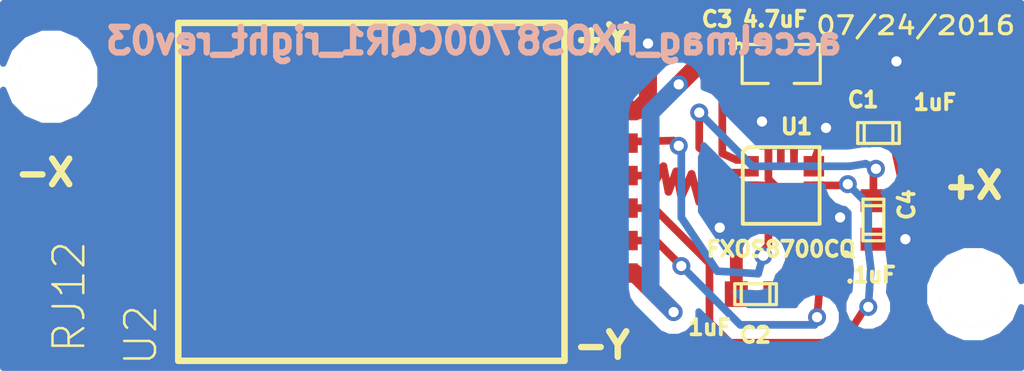
<source format=kicad_pcb>
(kicad_pcb (version 4) (host pcbnew 4.0.2+e4-6225~38~ubuntu14.04.1-stable)

  (general
    (links 21)
    (no_connects 0)
    (area 131 100.35 171.279762 116.925)
    (thickness 1.6)
    (drawings 6)
    (tracks 130)
    (zones 0)
    (modules 8)
    (nets 9)
  )

  (page A)
  (layers
    (0 F.Cu signal)
    (31 B.Cu signal)
    (32 B.Adhes user)
    (33 F.Adhes user)
    (34 B.Paste user)
    (35 F.Paste user)
    (36 B.SilkS user)
    (37 F.SilkS user)
    (38 B.Mask user)
    (39 F.Mask user)
    (40 Dwgs.User user)
    (41 Cmts.User user)
    (42 Eco1.User user)
    (43 Eco2.User user)
    (44 Edge.Cuts user)
  )

  (setup
    (last_trace_width 0.5)
    (user_trace_width 0.1)
    (user_trace_width 0.15)
    (user_trace_width 0.2)
    (user_trace_width 0.25)
    (user_trace_width 0.3)
    (user_trace_width 0.35)
    (user_trace_width 0.4)
    (user_trace_width 0.5)
    (user_trace_width 0.6)
    (user_trace_width 0.7)
    (user_trace_width 0.8)
    (user_trace_width 1)
    (trace_clearance 0.05)
    (zone_clearance 0.5)
    (zone_45_only no)
    (trace_min 0.1)
    (segment_width 0.2)
    (edge_width 0.1)
    (via_size 0.7)
    (via_drill 0.4)
    (via_min_size 0.7)
    (via_min_drill 0.4)
    (uvia_size 0.4)
    (uvia_drill 0.127)
    (uvias_allowed no)
    (uvia_min_size 0.4)
    (uvia_min_drill 0.127)
    (pcb_text_width 0.3)
    (pcb_text_size 1.5 1.5)
    (mod_edge_width 0.15)
    (mod_text_size 1 1)
    (mod_text_width 0.15)
    (pad_size 2.60096 1.6002)
    (pad_drill 0)
    (pad_to_mask_clearance 0)
    (aux_axis_origin 0 0)
    (visible_elements 7FFFFFFF)
    (pcbplotparams
      (layerselection 0x00030_80000001)
      (usegerberextensions true)
      (excludeedgelayer true)
      (linewidth 0.150000)
      (plotframeref false)
      (viasonmask false)
      (mode 1)
      (useauxorigin false)
      (hpglpennumber 1)
      (hpglpenspeed 20)
      (hpglpendiameter 15)
      (hpglpenoverlay 2)
      (psnegative false)
      (psa4output false)
      (plotreference true)
      (plotvalue true)
      (plotinvisibletext false)
      (padsonsilk false)
      (subtractmaskfromsilk false)
      (outputformat 1)
      (mirror false)
      (drillshape 0)
      (scaleselection 1)
      (outputdirectory ""))
  )

  (net 0 "")
  (net 1 GND)
  (net 2 INT1)
  (net 3 INT2)
  (net 4 SCL)
  (net 5 SDA)
  (net 6 Vdd)
  (net 7 "Net-(C2-Pad1)")
  (net 8 "Net-(C4-Pad1)")

  (net_class Default "This is the default net class."
    (clearance 0.05)
    (trace_width 0.5)
    (via_dia 0.7)
    (via_drill 0.4)
    (uvia_dia 0.4)
    (uvia_drill 0.127)
    (add_net GND)
    (add_net INT1)
    (add_net INT2)
    (add_net "Net-(C2-Pad1)")
    (add_net "Net-(C4-Pad1)")
    (add_net SCL)
    (add_net SDA)
    (add_net Vdd)
  )

  (module ted_capacitors:TED_SM1608_0603_C (layer F.Cu) (tedit 5411E2B4) (tstamp 567F2271)
    (at 165.3 106.7)
    (descr "SMT capacitor, 0603")
    (path /52959381)
    (fp_text reference C1 (at -0.6 -1.3) (layer F.SilkS)
      (effects (font (size 0.6 0.6) (thickness 0.15)))
    )
    (fp_text value 1uF (at 2.2 -1.2) (layer F.SilkS)
      (effects (font (size 0.6 0.6) (thickness 0.15)))
    )
    (fp_line (start 0.5588 0.4064) (end 0.5588 -0.4064) (layer F.SilkS) (width 0.127))
    (fp_line (start -0.5588 -0.381) (end -0.5588 0.4064) (layer F.SilkS) (width 0.127))
    (fp_line (start -0.8128 -0.4064) (end 0.8128 -0.4064) (layer F.SilkS) (width 0.127))
    (fp_line (start 0.8128 -0.4064) (end 0.8128 0.4064) (layer F.SilkS) (width 0.127))
    (fp_line (start 0.8128 0.4064) (end -0.8128 0.4064) (layer F.SilkS) (width 0.127))
    (fp_line (start -0.8128 0.4064) (end -0.8128 -0.4064) (layer F.SilkS) (width 0.127))
    (pad 2 smd rect (at 0.75184 0) (size 0.89916 1.00076) (layers F.Cu F.Paste F.Mask)
      (net 1 GND) (clearance 0.1))
    (pad 1 smd rect (at -0.75184 0) (size 0.89916 1.00076) (layers F.Cu F.Paste F.Mask)
      (net 6 Vdd) (clearance 0.1))
    (model smd/capacitors/c_0603.wrl
      (at (xyz 0 0 0))
      (scale (xyz 1 1 1))
      (rotate (xyz 0 0 0))
    )
  )

  (module ted_capacitors:TED_SM1608_0603_C (layer F.Cu) (tedit 5411E2B4) (tstamp 567F227C)
    (at 160.5 113 180)
    (descr "SMT capacitor, 0603")
    (path /54A72FC4)
    (fp_text reference C2 (at 0 -1.6 180) (layer F.SilkS)
      (effects (font (size 0.6 0.6) (thickness 0.15)))
    )
    (fp_text value 1uF (at 1.8 -1.3 180) (layer F.SilkS)
      (effects (font (size 0.6 0.6) (thickness 0.15)))
    )
    (fp_line (start 0.5588 0.4064) (end 0.5588 -0.4064) (layer F.SilkS) (width 0.127))
    (fp_line (start -0.5588 -0.381) (end -0.5588 0.4064) (layer F.SilkS) (width 0.127))
    (fp_line (start -0.8128 -0.4064) (end 0.8128 -0.4064) (layer F.SilkS) (width 0.127))
    (fp_line (start 0.8128 -0.4064) (end 0.8128 0.4064) (layer F.SilkS) (width 0.127))
    (fp_line (start 0.8128 0.4064) (end -0.8128 0.4064) (layer F.SilkS) (width 0.127))
    (fp_line (start -0.8128 0.4064) (end -0.8128 -0.4064) (layer F.SilkS) (width 0.127))
    (pad 2 smd rect (at 0.75184 0 180) (size 0.89916 1.00076) (layers F.Cu F.Paste F.Mask)
      (net 1 GND) (clearance 0.1))
    (pad 1 smd rect (at -0.75184 0 180) (size 0.89916 1.00076) (layers F.Cu F.Paste F.Mask)
      (net 7 "Net-(C2-Pad1)") (clearance 0.1))
    (model smd/capacitors/c_0603.wrl
      (at (xyz 0 0 0))
      (scale (xyz 1 1 1))
      (rotate (xyz 0 0 0))
    )
  )

  (module ted_capacitors:TED_SM1608_0603_C (layer F.Cu) (tedit 57955014) (tstamp 567F2292)
    (at 165.1 110.1 270)
    (descr "SMT capacitor, 0603")
    (path /52A5541B)
    (fp_text reference C4 (at -0.6 -1.3 270) (layer F.SilkS)
      (effects (font (size 0.6 0.6) (thickness 0.15)))
    )
    (fp_text value .1uF (at 2.15 0.1 360) (layer F.SilkS)
      (effects (font (size 0.6 0.6) (thickness 0.15)))
    )
    (fp_line (start 0.5588 0.4064) (end 0.5588 -0.4064) (layer F.SilkS) (width 0.127))
    (fp_line (start -0.5588 -0.381) (end -0.5588 0.4064) (layer F.SilkS) (width 0.127))
    (fp_line (start -0.8128 -0.4064) (end 0.8128 -0.4064) (layer F.SilkS) (width 0.127))
    (fp_line (start 0.8128 -0.4064) (end 0.8128 0.4064) (layer F.SilkS) (width 0.127))
    (fp_line (start 0.8128 0.4064) (end -0.8128 0.4064) (layer F.SilkS) (width 0.127))
    (fp_line (start -0.8128 0.4064) (end -0.8128 -0.4064) (layer F.SilkS) (width 0.127))
    (pad 2 smd rect (at 0.75184 0 270) (size 0.89916 1.00076) (layers F.Cu F.Paste F.Mask)
      (net 1 GND) (clearance 0.1))
    (pad 1 smd rect (at -0.75184 0 270) (size 0.89916 1.00076) (layers F.Cu F.Paste F.Mask)
      (net 8 "Net-(C4-Pad1)") (clearance 0.1))
    (model smd/capacitors/c_0603.wrl
      (at (xyz 0 0 0))
      (scale (xyz 1 1 1))
      (rotate (xyz 0 0 0))
    )
  )

  (module ted_holes:TED_Hole_2_6mm (layer F.Cu) (tedit 0) (tstamp 567F229D)
    (at 133 104.5)
    (path /5365C78C)
    (fp_text reference H1 (at -0.05 -2.425) (layer F.SilkS) hide
      (effects (font (size 1 1) (thickness 0.15)))
    )
    (fp_text value HOLE (at 0.25 2.6) (layer F.SilkS) hide
      (effects (font (size 1 1) (thickness 0.15)))
    )
    (pad "" np_thru_hole circle (at 0 0) (size 2.6 2.6) (drill 2.6) (layers *.Cu *.Mask F.SilkS))
  )

  (module ted_holes:TED_Hole_2_6mm (layer F.Cu) (tedit 0) (tstamp 567F22A1)
    (at 169 113)
    (path /539CBE67)
    (fp_text reference H2 (at -0.05 -2.425) (layer F.SilkS) hide
      (effects (font (size 1 1) (thickness 0.15)))
    )
    (fp_text value HOLE (at 0.25 2.6) (layer F.SilkS) hide
      (effects (font (size 1 1) (thickness 0.15)))
    )
    (pad "" np_thru_hole circle (at 0 0) (size 2.6 2.6) (drill 2.6) (layers *.Cu *.Mask F.SilkS))
  )

  (module ted_ICs:TED_QFN16_3x5 (layer F.Cu) (tedit 0) (tstamp 567F22A5)
    (at 161.5 108.75)
    (path /54A72EE3)
    (solder_paste_ratio -0.2)
    (clearance 0.1)
    (fp_text reference U1 (at 0.6 -2.3) (layer F.SilkS)
      (effects (font (size 0.6 0.6) (thickness 0.15)))
    )
    (fp_text value FXOS8700CQ (at 0 2.49) (layer F.SilkS)
      (effects (font (size 0.6 0.6) (thickness 0.15)))
    )
    (fp_line (start -1.3 -1.5) (end 1.5 -1.5) (layer F.SilkS) (width 0.14986))
    (fp_line (start -1.5 -1.3) (end -1.5 1.5) (layer F.SilkS) (width 0.14986))
    (fp_line (start -1.3 -1.5) (end -1.5 -1.3) (layer F.SilkS) (width 0.14986))
    (fp_line (start 1.5 1.5) (end -1.5 1.5) (layer F.SilkS) (width 0.14986))
    (fp_line (start 1.5 -1.5) (end 1.5 1.5) (layer F.SilkS) (width 0.14986))
    (pad 2 smd rect (at -1.275 -0.5) (size 0.8 0.3) (layers F.Cu F.Paste F.Mask)
      (net 8 "Net-(C4-Pad1)"))
    (pad 1 smd rect (at -1.275 -1) (size 0.8 0.3) (layers F.Cu F.Paste F.Mask)
      (net 6 Vdd))
    (pad 13 smd rect (at 1.275 -1) (size 0.8 0.3) (layers F.Cu F.Paste F.Mask)
      (net 1 GND))
    (pad 3 smd rect (at -1.275 -0.005) (size 0.8 0.3) (layers F.Cu F.Paste F.Mask)
      (net 1 GND))
    (pad 4 smd rect (at -1.275 0.5) (size 0.8 0.3) (layers F.Cu F.Paste F.Mask)
      (net 4 SCL))
    (pad 5 smd rect (at -1.275 1) (size 0.8 0.3) (layers F.Cu F.Paste F.Mask)
      (net 1 GND))
    (pad 6 smd rect (at -0.5 1.275) (size 0.3 0.8) (layers F.Cu F.Paste F.Mask)
      (net 5 SDA))
    (pad 7 smd rect (at -0.035 1.275) (size 0.3 0.8) (layers F.Cu F.Paste F.Mask)
      (net 1 GND))
    (pad 8 smd rect (at 0.5 1.275) (size 0.3 0.8) (layers F.Cu F.Paste F.Mask)
      (net 7 "Net-(C2-Pad1)"))
    (pad 9 smd rect (at 1.275 1) (size 0.8 0.3) (layers F.Cu F.Paste F.Mask)
      (net 3 INT2))
    (pad 10 smd rect (at 1.275 0.5) (size 0.8 0.3) (layers F.Cu F.Paste F.Mask)
      (net 1 GND))
    (pad 11 smd rect (at 1.275 -0.005) (size 0.8 0.3) (layers F.Cu F.Paste F.Mask)
      (net 2 INT1))
    (pad 12 smd rect (at 1.275 -0.5) (size 0.8 0.3) (layers F.Cu F.Paste F.Mask)
      (net 1 GND))
    (pad 14 smd rect (at 0.5 -1.275) (size 0.3 0.8) (layers F.Cu F.Paste F.Mask)
      (net 6 Vdd))
    (pad 15 smd rect (at -0.015 -1.275) (size 0.3 0.8) (layers F.Cu F.Paste F.Mask))
    (pad 16 smd rect (at -0.5 -1.275) (size 0.3 0.8) (layers F.Cu F.Paste F.Mask)
      (net 1 GND))
  )

  (module ted_connectors:TED_RJ12_855135002 (layer F.Cu) (tedit 0) (tstamp 567F22B8)
    (at 145.5 109 90)
    (path /539B7C14)
    (fp_text reference U2 (at -5.6 -9 90) (layer F.SilkS)
      (effects (font (size 1.2 1.2) (thickness 0.09906)))
    )
    (fp_text value RJ12 (at -4.1 -11.8 270) (layer F.SilkS)
      (effects (font (size 1.2 1.2) (thickness 0.09906)))
    )
    (fp_line (start -6.605 -7.54) (end 6.605 -7.54) (layer F.SilkS) (width 0.254))
    (fp_line (start 6.605 -7.54) (end 6.605 7.54) (layer F.SilkS) (width 0.254))
    (fp_line (start 6.605 7.54) (end -6.605 7.54) (layer F.SilkS) (width 0.254))
    (fp_line (start -6.605 7.54) (end -6.605 -7.54) (layer F.SilkS) (width 0.254))
    (pad 6 smd rect (at -3.175 7.9 90) (size 0.76 5) (layers F.Cu F.Paste F.Mask)
      (net 6 Vdd) (clearance 0.2))
    (pad 4 smd rect (at -0.635 7.9 90) (size 0.76 5) (layers F.Cu F.Paste F.Mask)
      (net 2 INT1) (clearance 0.2))
    (pad 2 smd rect (at 1.905 7.9 90) (size 0.76 5) (layers F.Cu F.Paste F.Mask)
      (net 5 SDA) (clearance 0.2))
    (pad 3 smd rect (at 0.635 7.9 90) (size 0.76 5) (layers F.Cu F.Paste F.Mask)
      (net 4 SCL) (clearance 0.2))
    (pad 1 smd rect (at 3.175 7.9 90) (size 0.76 5) (layers F.Cu F.Paste F.Mask)
      (net 1 GND) (clearance 0.2))
    (pad 5 smd rect (at -1.905 7.9 90) (size 0.76 5) (layers F.Cu F.Paste F.Mask)
      (net 3 INT2) (clearance 0.2))
    (pad PAD smd rect (at 0 -8.15 90) (size 8.8 4.5) (layers F.Cu F.Paste F.Mask))
  )

  (module ted_capacitors:TED_SM2012_0805_ELEC_C (layer F.Cu) (tedit 57954E00) (tstamp 567F80CC)
    (at 161.5 104)
    (path /54A72EF7)
    (attr smd)
    (fp_text reference C3 (at -2.5 -1.75) (layer F.SilkS)
      (effects (font (size 0.6 0.6) (thickness 0.15)))
    )
    (fp_text value 4.7uF (at -0.25 -1.75) (layer F.SilkS)
      (effects (font (size 0.6 0.6) (thickness 0.15)))
    )
    (fp_line (start -2 -0.8) (end -1.6 -0.8) (layer F.SilkS) (width 0.15))
    (fp_line (start -1.8 -0.6) (end -1.8 -1) (layer F.SilkS) (width 0.15))
    (fp_line (start -0.508 0.762) (end -1.524 0.762) (layer F.SilkS) (width 0.127))
    (fp_line (start -1.524 0.762) (end -1.524 -0.762) (layer F.SilkS) (width 0.127))
    (fp_line (start -1.524 -0.762) (end -0.508 -0.762) (layer F.SilkS) (width 0.127))
    (fp_line (start 0.508 -0.762) (end 1.524 -0.762) (layer F.SilkS) (width 0.127))
    (fp_line (start 1.524 -0.762) (end 1.524 0.762) (layer F.SilkS) (width 0.127))
    (fp_line (start 1.524 0.762) (end 0.508 0.762) (layer F.SilkS) (width 0.127))
    (pad 1 smd rect (at -0.9525 0) (size 0.889 1.397) (layers F.Cu F.Paste F.Mask)
      (net 6 Vdd))
    (pad 2 smd rect (at 0.9525 0) (size 0.889 1.397) (layers F.Cu F.Paste F.Mask)
      (net 1 GND))
    (model smd/chip_cms.wrl
      (at (xyz 0 0 0))
      (scale (xyz 0.1 0.1 0.1))
      (rotate (xyz 0 0 0))
    )
  )

  (gr_text accelmag_FXOS8700CQR1_right_rev03 (at 149.5 103.1) (layer B.SilkS)
    (effects (font (size 1 1) (thickness 0.25)) (justify mirror))
  )
  (gr_text 07/24/2016 (at 166.75 102.5) (layer F.SilkS)
    (effects (font (size 0.7 0.8) (thickness 0.125)))
  )
  (gr_text -X (at 132.75 108.25) (layer F.SilkS)
    (effects (font (size 1 1) (thickness 0.25)))
  )
  (gr_text -Y (at 154.5 115) (layer F.SilkS)
    (effects (font (size 1 1) (thickness 0.25)))
  )
  (gr_text +X (at 169 108.75) (layer F.SilkS)
    (effects (font (size 1 1) (thickness 0.25)))
  )
  (gr_text +Y (at 154.5 103) (layer F.SilkS)
    (effects (font (size 1 1) (thickness 0.25)))
  )

  (segment (start 162.4525 104) (end 165.9 104) (width 0.8) (layer F.Cu) (net 1))
  (segment (start 165.9 104) (end 166 103.9) (width 0.8) (layer F.Cu) (net 1))
  (segment (start 162.775 109.25) (end 163.25 109.25) (width 0.3) (layer F.Cu) (net 1) (status 10))
  (via (at 163.8 110) (size 0.7) (layers F.Cu B.Cu) (net 1))
  (segment (start 163.25 109.25) (end 163.8 110) (width 0.3) (layer F.Cu) (net 1) (tstamp 55AF0E9E))
  (segment (start 160.225 108.745) (end 161.25 108.75) (width 0.3) (layer F.Cu) (net 1) (status 10))
  (segment (start 161.25 108.75) (end 161.465 109.265) (width 0.3) (layer F.Cu) (net 1) (tstamp 55AF0E84))
  (segment (start 159.74816 113) (end 159.74816 111.04816) (width 0.5) (layer F.Cu) (net 1))
  (segment (start 159.74816 111.04816) (end 159.1 110.4) (width 0.5) (layer F.Cu) (net 1) (tstamp 55AF0D83))
  (segment (start 161.465 110.025) (end 161.465 109.265) (width 0.3) (layer F.Cu) (net 1) (status 10))
  (segment (start 161.465 109.265) (end 161.465 108.965) (width 0.3) (layer F.Cu) (net 1) (tstamp 55AF0E87))
  (segment (start 162.775 109.25) (end 162 109.25) (width 0.3) (layer F.Cu) (net 1) (status 10))
  (segment (start 162 109.25) (end 161.465 108.965) (width 0.3) (layer F.Cu) (net 1) (tstamp 55AF0D40))
  (segment (start 161 108.5) (end 161 107.475) (width 0.3) (layer F.Cu) (net 1) (tstamp 55AF0D42) (status 20))
  (segment (start 161.465 108.965) (end 161 108.5) (width 0.3) (layer F.Cu) (net 1) (tstamp 55AF0D4E))
  (segment (start 160.225 109.75) (end 159.5 109.75) (width 0.3) (layer F.Cu) (net 1) (status 10))
  (segment (start 159.1 110.4) (end 159.1 110.3) (width 0.3) (layer B.Cu) (net 1) (tstamp 55AF0C19))
  (via (at 159.1 110.4) (size 0.7) (layers F.Cu B.Cu) (net 1))
  (segment (start 159.5 109.75) (end 159.1 110.4) (width 0.3) (layer F.Cu) (net 1) (tstamp 55AF0C15))
  (segment (start 162.775 107.75) (end 162.775 107.825) (width 0.3) (layer F.Cu) (net 1) (status 10))
  (via (at 163.25 106.5) (size 0.7) (layers F.Cu B.Cu) (net 1))
  (segment (start 162.775 107.825) (end 163.25 106.5) (width 0.3) (layer F.Cu) (net 1) (tstamp 55AF0BB1))
  (segment (start 162.775 108.25) (end 162.775 107.75) (width 0.3) (layer F.Cu) (net 1) (status 30))
  (via (at 166.34816 110.85184) (size 0.7) (drill 0.4) (layers F.Cu B.Cu) (net 1))
  (segment (start 166.3 110.8) (end 166.3 110.80368) (width 0.7) (layer B.Cu) (net 1) (tstamp 55AF0B90))
  (segment (start 166.3 110.80368) (end 166.34816 110.85184) (width 0.7) (layer B.Cu) (net 1) (tstamp 55AF0B8F))
  (segment (start 161 107.475) (end 161 107) (width 0.3) (layer F.Cu) (net 1) (status 10))
  (via (at 160.75 106.25) (size 0.7) (layers F.Cu B.Cu) (net 1))
  (segment (start 161 107) (end 160.75 106.25) (width 0.3) (layer F.Cu) (net 1) (tstamp 55AF0B47))
  (segment (start 165.1 110.85184) (end 166.34816 110.85184) (width 0.8) (layer F.Cu) (net 1))
  (segment (start 166.34816 110.85184) (end 166.6 110.6) (width 0.8) (layer F.Cu) (net 1) (tstamp 55AF0B02))
  (segment (start 166.6 110.6) (end 166.4 108.3) (width 0.8) (layer F.Cu) (net 1) (tstamp 55AF0B05))
  (segment (start 166.4 108.3) (end 166.05184 106.7) (width 0.8) (layer F.Cu) (net 1) (tstamp 55AF0B07) (status 20))
  (segment (start 166.05184 106.7) (end 165.75184 104.14816) (width 0.8) (layer F.Cu) (net 1) (status 10))
  (segment (start 165.75184 104.14816) (end 166 103.9) (width 0.8) (layer F.Cu) (net 1) (tstamp 55AF0AF9))
  (via (at 166 103.9) (size 0.7) (layers F.Cu B.Cu) (net 1))
  (segment (start 153.4 105.825) (end 155.875 105.825) (width 0.7) (layer F.Cu) (net 1))
  (via (at 156.3 103.2) (size 0.7) (layers F.Cu B.Cu) (net 1))
  (segment (start 156.3 105.4) (end 156.3 103.2) (width 0.7) (layer F.Cu) (net 1) (tstamp 55AF0AE1))
  (segment (start 155.875 105.825) (end 156.3 105.4) (width 0.7) (layer F.Cu) (net 1) (tstamp 55AF0ADE))
  (segment (start 162.775 108.745) (end 163.75 108.75) (width 0.3) (layer F.Cu) (net 2) (status 10))
  (segment (start 156.535 109.635) (end 158.7 111.8) (width 0.3) (layer F.Cu) (net 2) (tstamp 55AF0CE5))
  (segment (start 158.7 111.8) (end 158.7 114.1) (width 0.3) (layer F.Cu) (net 2) (tstamp 55AF0CEB))
  (segment (start 158.7 114.1) (end 159.5 114.9) (width 0.3) (layer F.Cu) (net 2) (tstamp 55AF0CEE))
  (segment (start 159.5 114.9) (end 163.9 114.9) (width 0.3) (layer F.Cu) (net 2) (tstamp 55AF0CEF))
  (segment (start 163.9 114.9) (end 164.8 113.5) (width 0.3) (layer F.Cu) (net 2) (tstamp 55AF0CF1))
  (segment (start 156.535 109.635) (end 153.4 109.635) (width 0.3) (layer F.Cu) (net 2))
  (segment (start 164.9 113.5) (end 164.8 113.5) (width 0.3) (layer F.Cu) (net 2) (tstamp 55AF0D31))
  (via (at 164.9 113.5) (size 0.7) (layers F.Cu B.Cu) (net 2))
  (segment (start 165 112) (end 164.9 113.5) (width 0.3) (layer B.Cu) (net 2) (tstamp 55AF0D2E))
  (segment (start 164.9 111.2) (end 165 112) (width 0.3) (layer B.Cu) (net 2) (tstamp 55AF0D2B))
  (segment (start 164.9 109.5) (end 164.9 111.2) (width 0.3) (layer B.Cu) (net 2) (tstamp 55AF0D28))
  (segment (start 164.1 108.7) (end 164.9 109.5) (width 0.3) (layer B.Cu) (net 2) (tstamp 55AF0D27))
  (via (at 164.1 108.7) (size 0.7) (layers F.Cu B.Cu) (net 2))
  (segment (start 163.75 108.75) (end 164.1 108.7) (width 0.3) (layer F.Cu) (net 2) (tstamp 55AF0D1D))
  (segment (start 162.775 109.75) (end 162.9 109.75) (width 0.3) (layer F.Cu) (net 3) (status 30))
  (segment (start 156.605 110.905) (end 153.4 110.905) (width 0.3) (layer F.Cu) (net 3) (tstamp 55AF0CE2))
  (segment (start 157.6 111.9) (end 156.605 110.905) (width 0.3) (layer F.Cu) (net 3) (tstamp 55AF0CE1))
  (via (at 157.6 111.9) (size 0.7) (layers F.Cu B.Cu) (net 3))
  (segment (start 159.9 114.2) (end 157.6 111.9) (width 0.3) (layer B.Cu) (net 3) (tstamp 55AF0CDE))
  (segment (start 162.8 114.2) (end 159.9 114.2) (width 0.3) (layer B.Cu) (net 3) (tstamp 55AF0CDC))
  (segment (start 162.9 113.9) (end 162.8 114.2) (width 0.3) (layer B.Cu) (net 3) (tstamp 55AF0CDB))
  (via (at 162.9 113.9) (size 0.7) (layers F.Cu B.Cu) (net 3))
  (segment (start 163.204216 110.500377) (end 162.9 113.9) (width 0.3) (layer F.Cu) (net 3) (tstamp 55AF0CD7))
  (segment (start 162.9 109.75) (end 163.204216 110.500377) (width 0.3) (layer F.Cu) (net 3) (tstamp 55AF0CD5) (status 10))
  (segment (start 156.534483 108.713793) (end 156.4 108) (width 0.3) (layer F.Cu) (net 4))
  (segment (start 156.303966 108.365) (end 153.4 108.365) (width 0.3) (layer F.Cu) (net 4) (tstamp 55AF0F35))
  (segment (start 156.4 108) (end 156.303966 108.365) (width 0.3) (layer F.Cu) (net 4) (tstamp 55AF0F34))
  (segment (start 160.225 109.25) (end 159 109.25) (width 0.3) (layer F.Cu) (net 4) (status 10))
  (segment (start 158.7 108.4) (end 158.3 109.4) (width 0.3) (layer F.Cu) (net 4) (tstamp 55AF0A98))
  (segment (start 158.3 109.4) (end 158 108.3) (width 0.3) (layer F.Cu) (net 4) (tstamp 55AF0EEC))
  (segment (start 158 108.3) (end 157.6 109.2) (width 0.3) (layer F.Cu) (net 4) (tstamp 55AF0EF3))
  (segment (start 157.6 109.2) (end 157.4 108.2) (width 0.3) (layer F.Cu) (net 4) (tstamp 55AF0EFA))
  (segment (start 157.4 108.2) (end 157.1 109) (width 0.3) (layer F.Cu) (net 4) (tstamp 55AF0F00))
  (segment (start 157.1 109) (end 156.9 108) (width 0.3) (layer F.Cu) (net 4) (tstamp 55AF0F07))
  (segment (start 156.9 108) (end 156.9 108) (width 0.3) (layer F.Cu) (net 4) (tstamp 55AF0F1D))
  (segment (start 156.9 108) (end 156.534483 108.713793) (width 0.3) (layer F.Cu) (net 4) (tstamp 55AF0F0E))
  (segment (start 156.534483 108.713793) (end 156.5 108.8) (width 0.3) (layer F.Cu) (net 4) (tstamp 55AF0F32))
  (segment (start 159 109.25) (end 158.7 108.4) (width 0.3) (layer F.Cu) (net 4) (tstamp 55AF0A94))
  (segment (start 153.4 107.095) (end 157.295 106.995) (width 0.3) (layer F.Cu) (net 5))
  (segment (start 161 111.1) (end 161 110.025) (width 0.3) (layer F.Cu) (net 5) (tstamp 55AF0AB6) (status 20))
  (segment (start 160.9 111.2) (end 161 111.1) (width 0.3) (layer F.Cu) (net 5) (tstamp 55AF0AB4))
  (segment (start 160.9 111.4) (end 160.9 111.2) (width 0.3) (layer F.Cu) (net 5) (tstamp 55AF0AB3))
  (segment (start 160.8 111.5) (end 160.9 111.4) (width 0.3) (layer F.Cu) (net 5) (tstamp 55AF0AB2))
  (via (at 160.8 111.5) (size 0.7) (layers F.Cu B.Cu) (net 5))
  (segment (start 160.6 112.2) (end 160.8 111.5) (width 0.3) (layer B.Cu) (net 5) (tstamp 55AF0AAF))
  (segment (start 157.6 110) (end 159 112.1) (width 0.3) (layer B.Cu) (net 5) (tstamp 55AF0AAD))
  (segment (start 159 112.1) (end 160.6 112.2) (width 0.3) (layer B.Cu) (net 5) (tstamp 55AF0E11))
  (segment (start 157.6 107.3) (end 157.6 110) (width 0.3) (layer B.Cu) (net 5) (tstamp 55AF0AAB))
  (segment (start 157.6 110) (end 157.6 110) (width 0.3) (layer B.Cu) (net 5) (tstamp 55AF0E05))
  (segment (start 157.5 107.2) (end 157.6 107.3) (width 0.3) (layer B.Cu) (net 5) (tstamp 55AF0AAA))
  (via (at 157.5 107.2) (size 0.7) (layers F.Cu B.Cu) (net 5))
  (segment (start 157.295 106.995) (end 157.5 107.2) (width 0.3) (layer F.Cu) (net 5) (tstamp 55AF0AA1))
  (segment (start 159.536159 104) (end 160.5475 104) (width 0.8) (layer F.Cu) (net 6))
  (segment (start 158.3 104) (end 159.536159 104) (width 0.8) (layer F.Cu) (net 6))
  (segment (start 162 106.5) (end 160.5475 105.0475) (width 0.3) (layer F.Cu) (net 6))
  (segment (start 160.5475 105.0475) (end 160.5475 104) (width 0.3) (layer F.Cu) (net 6))
  (segment (start 162 107) (end 162 106.5) (width 0.3) (layer F.Cu) (net 6))
  (segment (start 159.2 107.5) (end 159.2 104.5) (width 0.3) (layer F.Cu) (net 6))
  (segment (start 159.2 104.5) (end 159.7 104) (width 0.3) (layer F.Cu) (net 6))
  (segment (start 159.75 107.75) (end 159.2 107.5) (width 0.3) (layer F.Cu) (net 6))
  (segment (start 160.225 107.75) (end 159.75 107.75) (width 0.3) (layer F.Cu) (net 6) (status 10))
  (segment (start 153.4 112.175) (end 155.775 112.175) (width 0.7) (layer F.Cu) (net 6))
  (segment (start 157.5 104.8) (end 158.3 104) (width 0.7) (layer F.Cu) (net 6) (tstamp 55AF0B73))
  (via (at 157.5 104.8) (size 0.7) (layers F.Cu B.Cu) (net 6))
  (segment (start 156.4 105.9) (end 157.5 104.8) (width 0.7) (layer B.Cu) (net 6) (tstamp 55AF0B6D))
  (segment (start 156.4 112.8) (end 156.4 105.9) (width 0.7) (layer B.Cu) (net 6) (tstamp 55AF0B68))
  (segment (start 157.3 113.7) (end 156.4 112.8) (width 0.7) (layer B.Cu) (net 6) (tstamp 55AF0B67))
  (via (at 157.3 113.7) (size 0.7) (layers F.Cu B.Cu) (net 6))
  (segment (start 155.775 112.175) (end 157.3 113.7) (width 0.7) (layer F.Cu) (net 6) (tstamp 55AF0B62))
  (segment (start 159.7 104) (end 159.69914 104) (width 0.3) (layer F.Cu) (net 6) (tstamp 55AF0B59))
  (segment (start 164.54816 106.7) (end 164.4 106.7) (width 0.3) (layer F.Cu) (net 6) (status 30))
  (segment (start 162 107) (end 162 107.475) (width 0.3) (layer F.Cu) (net 6) (tstamp 55AF0B34) (status 20))
  (segment (start 162.3 106.7) (end 162 107) (width 0.3) (layer F.Cu) (net 6) (tstamp 55AF0B33))
  (segment (start 163.8 105.6) (end 162.9 105.6) (width 0.3) (layer F.Cu) (net 6) (tstamp 55AF0B32))
  (segment (start 162.9 105.6) (end 162.3 106.7) (width 0.3) (layer F.Cu) (net 6) (tstamp 55AF0B56))
  (segment (start 164.4 106.7) (end 163.8 105.6) (width 0.3) (layer F.Cu) (net 6) (tstamp 55AF0B30) (status 10))
  (segment (start 162 110.025) (end 162 112.25184) (width 0.3) (layer F.Cu) (net 7) (status 10))
  (segment (start 162 112.25184) (end 161.25184 113) (width 0.3) (layer F.Cu) (net 7) (tstamp 55AF0D57))
  (segment (start 158.3 105.9) (end 158.3 107.275) (width 0.3) (layer F.Cu) (net 8))
  (segment (start 158.3 107.275) (end 159.5 108.25) (width 0.3) (layer F.Cu) (net 8))
  (segment (start 159.5 108.25) (end 160.225 108.25) (width 0.3) (layer F.Cu) (net 8) (status 20))
  (segment (start 165.1 108.2) (end 165.1 109.34816) (width 0.3) (layer F.Cu) (net 8) (tstamp 55AF0C43))
  (segment (start 165.2 108.1) (end 165.1 108.2) (width 0.3) (layer F.Cu) (net 8) (tstamp 55AF0C42))
  (via (at 165.2 108.1) (size 0.7) (layers F.Cu B.Cu) (net 8))
  (segment (start 164.8 107.9) (end 165.2 108.1) (width 0.3) (layer B.Cu) (net 8) (tstamp 55AF0C3F))
  (segment (start 164.175 108) (end 164.8 107.9) (width 0.3) (layer B.Cu) (net 8) (tstamp 55AF0C3E))
  (segment (start 160.375 108) (end 164.175 108) (width 0.3) (layer B.Cu) (net 8) (tstamp 55AF0C38))
  (segment (start 158.3 105.9) (end 160.375 108) (width 0.3) (layer B.Cu) (net 8) (tstamp 55AF0C37))
  (via (at 158.3 105.9) (size 0.7) (layers F.Cu B.Cu) (net 8))

  (zone (net 1) (net_name GND) (layer B.Cu) (tstamp 539B87D1) (hatch edge 0.508)
    (connect_pads (clearance 0.5))
    (min_thickness 0.254)
    (fill yes (arc_segments 16) (thermal_gap 0.508) (thermal_bridge_width 0.508))
    (polygon
      (pts
        (xy 131 101.5) (xy 171 101.5) (xy 171 116) (xy 131 116)
      )
    )
    (filled_polygon
      (pts
        (xy 170.873 112.48688) (xy 170.634584 111.909868) (xy 170.092983 111.367322) (xy 169.384986 111.073335) (xy 168.618378 111.072666)
        (xy 167.909868 111.365416) (xy 167.367322 111.907017) (xy 167.073335 112.615014) (xy 167.072666 113.381622) (xy 167.365416 114.090132)
        (xy 167.907017 114.632678) (xy 168.615014 114.926665) (xy 169.381622 114.927334) (xy 170.090132 114.634584) (xy 170.632678 114.092983)
        (xy 170.873 113.514225) (xy 170.873 115.873) (xy 131.127 115.873) (xy 131.127 105.01312) (xy 131.365416 105.590132)
        (xy 131.907017 106.132678) (xy 132.615014 106.426665) (xy 133.381622 106.427334) (xy 134.090132 106.134584) (xy 134.325125 105.9)
        (xy 155.423 105.9) (xy 155.423 112.8) (xy 155.49737 113.173882) (xy 155.663826 113.423) (xy 155.709157 113.490843)
        (xy 156.607981 114.389667) (xy 156.745851 114.527778) (xy 157.10481 114.67683) (xy 157.493485 114.67717) (xy 157.852703 114.528744)
        (xy 158.127778 114.254149) (xy 158.27683 113.89519) (xy 158.277022 113.675866) (xy 159.350578 114.749422) (xy 159.602655 114.917854)
        (xy 159.9 114.977) (xy 162.8 114.977) (xy 162.827382 114.971553) (xy 162.855081 114.975045) (xy 162.9752 114.94215)
        (xy 163.097345 114.917854) (xy 163.120557 114.902344) (xy 163.147485 114.89497) (xy 163.245871 114.818612) (xy 163.263155 114.807064)
        (xy 163.452703 114.728744) (xy 163.727778 114.454149) (xy 163.87683 114.09519) (xy 163.87717 113.706515) (xy 163.728744 113.347297)
        (xy 163.454149 113.072222) (xy 163.09519 112.92317) (xy 162.706515 112.92283) (xy 162.347297 113.071256) (xy 162.072222 113.345851)
        (xy 162.040187 113.423) (xy 160.221844 113.423) (xy 159.722518 112.923674) (xy 160.551532 112.975487) (xy 160.619921 112.966272)
        (xy 160.688695 112.971921) (xy 160.768706 112.946225) (xy 160.851987 112.935004) (xy 160.911642 112.900321) (xy 160.977345 112.87922)
        (xy 161.041432 112.824861) (xy 161.11408 112.782624) (xy 161.155922 112.727751) (xy 161.208547 112.683114) (xy 161.246954 112.608367)
        (xy 161.297908 112.541544) (xy 161.315566 112.474837) (xy 161.347104 112.413458) (xy 161.378732 112.302761) (xy 161.627778 112.054149)
        (xy 161.77683 111.69519) (xy 161.77717 111.306515) (xy 161.628744 110.947297) (xy 161.354149 110.672222) (xy 160.99519 110.52317)
        (xy 160.606515 110.52283) (xy 160.247297 110.671256) (xy 159.972222 110.945851) (xy 159.82317 111.30481) (xy 159.82311 111.372928)
        (xy 159.432863 111.348538) (xy 158.377 109.764744) (xy 158.377 107.635609) (xy 158.47683 107.39519) (xy 158.477014 107.18463)
        (xy 159.822298 108.546122) (xy 159.824261 108.54745) (xy 159.825578 108.549422) (xy 159.949721 108.632371) (xy 160.073362 108.716061)
        (xy 160.075685 108.716537) (xy 160.077655 108.717854) (xy 160.224079 108.74698) (xy 160.370348 108.776986) (xy 160.372675 108.776538)
        (xy 160.375 108.777) (xy 163.122932 108.777) (xy 163.12283 108.893485) (xy 163.271256 109.252703) (xy 163.545851 109.527778)
        (xy 163.90481 109.67683) (xy 163.97805 109.676894) (xy 164.123 109.821844) (xy 164.123 111.2) (xy 164.132505 111.247782)
        (xy 164.129 111.296375) (xy 164.219772 112.02255) (xy 164.16435 112.853884) (xy 164.072222 112.945851) (xy 163.92317 113.30481)
        (xy 163.92283 113.693485) (xy 164.071256 114.052703) (xy 164.345851 114.327778) (xy 164.70481 114.47683) (xy 165.093485 114.47717)
        (xy 165.452703 114.328744) (xy 165.727778 114.054149) (xy 165.87683 113.69519) (xy 165.87717 113.306515) (xy 165.728744 112.947297)
        (xy 165.716396 112.934928) (xy 165.775279 112.051685) (xy 165.765645 111.977873) (xy 165.771 111.903625) (xy 165.677 111.151625)
        (xy 165.677 109.5) (xy 165.617854 109.202655) (xy 165.503605 109.031669) (xy 165.752703 108.928744) (xy 166.027778 108.654149)
        (xy 166.17683 108.29519) (xy 166.17717 107.906515) (xy 166.028744 107.547297) (xy 165.754149 107.272222) (xy 165.39519 107.12317)
        (xy 165.006515 107.12283) (xy 164.956956 107.143308) (xy 164.916531 107.141783) (xy 164.855081 107.124955) (xy 164.766479 107.136124)
        (xy 164.677241 107.132759) (xy 164.113235 107.223) (xy 160.699573 107.223) (xy 159.277103 105.783392) (xy 159.27717 105.706515)
        (xy 159.128744 105.347297) (xy 158.854149 105.072222) (xy 158.49519 104.92317) (xy 158.476893 104.923154) (xy 158.47717 104.606515)
        (xy 158.328744 104.247297) (xy 158.054149 103.972222) (xy 157.69519 103.82317) (xy 157.306515 103.82283) (xy 156.947297 103.971256)
        (xy 156.672222 104.245851) (xy 156.672051 104.246263) (xy 155.709157 105.209157) (xy 155.49737 105.526118) (xy 155.423 105.9)
        (xy 134.325125 105.9) (xy 134.632678 105.592983) (xy 134.926665 104.884986) (xy 134.927334 104.118378) (xy 134.634584 103.409868)
        (xy 134.092983 102.867322) (xy 133.384986 102.573335) (xy 132.618378 102.572666) (xy 131.909868 102.865416) (xy 131.367322 103.407017)
        (xy 131.127 103.985775) (xy 131.127 101.627) (xy 170.873 101.627)
      )
    )
  )
)

</source>
